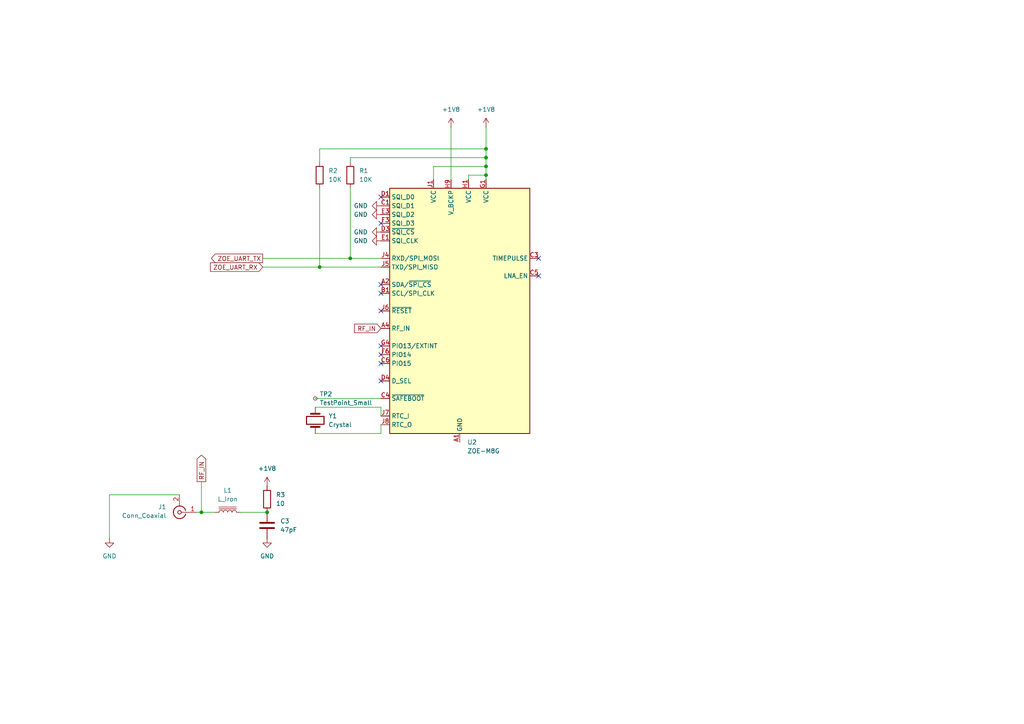
<source format=kicad_sch>
(kicad_sch (version 20231120) (generator "eeschema") (generator_version "8.0")
  (paper "A4")
  (lib_symbols
    (symbol "Connector:Conn_Coaxial" (pin_names (offset 1.016) hide)
      (property "Reference" "J" (at 0.254 3.048 0))
      (property "Value" "Conn_Coaxial" (at 2.921 0 90))
      (symbol "Conn_Coaxial_0_1"
        (arc (start -1.778 -0.508) (mid 0.2311 -1.8066) (end 1.778 0) (stroke (width 0.254)))
        (polyline (pts (xy -2.54 0) (xy -0.508 0)))
        (polyline (pts (xy 0 -2.54) (xy 0 -1.778)))
        (circle (center 0 0) (radius 0.508) (stroke (width 0.2032)))
        (arc (start 1.778 0) (mid 0.2099 1.8101) (end -1.778 0.508) (stroke (width 0.254)))
      )
      (symbol "Conn_Coaxial_1_1"
        (pin passive line (at -5.08 0 0) (length 2.54) (name "In") (number "1"))
        (pin passive line (at 0 -5.08 90) (length 2.54) (name "Ext") (number "2"))
      )
    )
    (symbol "Connector:TestPoint_Small" (pin_numbers hide) (pin_names (offset 0.762) hide)
      (property "Reference" "TP" (at 0 3.81 0))
      (property "Value" "TestPoint_Small" (at 0 2.032 0))
      (symbol "TestPoint_Small_0_1"
        (circle (center 0 0) (radius 0.508))
      )
      (symbol "TestPoint_Small_1_1"
        (pin passive line (at 0 0 90) (length 0) (name "1") (number "1"))
      )
    )
    (symbol "Device:C" (pin_numbers hide) (pin_names (offset 0.254))
      (property "Reference" "C" (at 0.635 2.54 0))
      (property "Value" "C" (at 0.635 -2.54 0))
      (symbol "C_0_1"
        (polyline (pts (xy -2.032 -0.762) (xy 2.032 -0.762)) (stroke (width 0.508)))
        (polyline (pts (xy -2.032 0.762) (xy 2.032 0.762)) (stroke (width 0.508)))
      )
      (symbol "C_1_1"
        (pin passive line (at 0 3.81 270) (length 2.794) (name "~") (number "1"))
        (pin passive line (at 0 -3.81 90) (length 2.794) (name "~") (number "2"))
      )
    )
    (symbol "Device:Crystal" (pin_numbers hide) (pin_names (offset 1.016) hide)
      (property "Reference" "Y" (at 0 3.81 0))
      (property "Value" "Crystal" (at 0 -3.81 0))
      (symbol "Crystal_0_1"
        (rectangle (start -1.143 2.54) (end 1.143 -2.54) (stroke (width 0.3048)))
        (polyline (pts (xy -2.54 0) (xy -1.905 0)))
        (polyline (pts (xy -1.905 -1.27) (xy -1.905 1.27)) (stroke (width 0.508)))
        (polyline (pts (xy 1.905 -1.27) (xy 1.905 1.27)) (stroke (width 0.508)))
        (polyline (pts (xy 2.54 0) (xy 1.905 0)))
      )
      (symbol "Crystal_1_1"
        (pin passive line (at -3.81 0 0) (length 1.27) (name "1") (number "1"))
        (pin passive line (at 3.81 0 180) (length 1.27) (name "2") (number "2"))
      )
    )
    (symbol "Device:L_Iron" (pin_numbers hide) (pin_names (offset 1.016) hide)
      (property "Reference" "L" (at -1.27 0 90))
      (property "Value" "L_Iron" (at 2.794 0 90))
      (symbol "L_Iron_0_1"
        (arc (start 0 -2.54) (mid 0.6323 -1.905) (end 0 -1.27))
        (arc (start 0 -1.27) (mid 0.6323 -0.635) (end 0 0))
        (polyline (pts (xy 1.016 2.54) (xy 1.016 -2.54)))
        (polyline (pts (xy 1.524 -2.54) (xy 1.524 2.54)))
        (arc (start 0 0) (mid 0.6323 0.635) (end 0 1.27))
        (arc (start 0 1.27) (mid 0.6323 1.905) (end 0 2.54))
      )
      (symbol "L_Iron_1_1"
        (pin passive line (at 0 3.81 270) (length 1.27) (name "1") (number "1"))
        (pin passive line (at 0 -3.81 90) (length 1.27) (name "2") (number "2"))
      )
    )
    (symbol "Device:R" (pin_numbers hide) (pin_names (offset 0))
      (property "Reference" "R" (at 2.032 0 90))
      (property "Value" "R" (at 0 0 90))
      (symbol "R_0_1"
        (rectangle (start -1.016 -2.54) (end 1.016 2.54) (stroke (width 0.254)))
      )
      (symbol "R_1_1"
        (pin passive line (at 0 3.81 270) (length 1.27) (name "~") (number "1"))
        (pin passive line (at 0 -3.81 90) (length 1.27) (name "~") (number "2"))
      )
    )
    (symbol "RF_GPS:ZOE-M8G"
      (property "Reference" "U" (at -19.05 39.37 0))
      (property "Value" "ZOE-M8G" (at -19.05 36.83 0))
      (symbol "ZOE-M8G_1_1"
        (rectangle (start -20.32 35.56) (end 20.32 -35.56) (stroke (width 0.254)) (fill (type background)))
        (pin power_in line (at 0 -38.1 90) (length 2.54) (name "GND") (number "A1"))
        (pin bidirectional line (at -22.86 7.62 0) (length 2.54) (name "SDA/~{SPI_CS}") (number "A2"))
        (pin passive line (at 0 -38.1 90) (length 2.54) hide (name "GND") (number "A3"))
        (pin input line (at -22.86 -5.08 0) (length 2.54) (name "RF_IN") (number "A4"))
        (pin passive line (at 0 -38.1 90) (length 2.54) hide (name "GND") (number "A5"))
        (pin no_connect line (at 20.32 0 180) (length 2.54) hide (name "Reserved") (number "A6"))
        (pin passive line (at 0 -38.1 90) (length 2.54) hide (name "GND") (number "A7"))
        (pin passive line (at 0 -38.1 90) (length 2.54) hide (name "GND") (number "A8"))
        (pin passive line (at 0 -38.1 90) (length 2.54) hide (name "GND") (number "A9"))
        (pin input line (at -22.86 5.08 0) (length 2.54) (name "SCL/SPI_CLK") (number "B1"))
        (pin passive line (at 0 -38.1 90) (length 2.54) hide (name "GND") (number "B9"))
        (pin input line (at -22.86 30.48 0) (length 2.54) (name "SQI_D1") (number "C1"))
        (pin output line (at 22.86 15.24 180) (length 2.54) (name "TIMEPULSE") (number "C3"))
        (pin input line (at -22.86 -25.4 0) (length 2.54) (name "~{SAFEBOOT}") (number "C4"))
        (pin output line (at 22.86 10.16 180) (length 2.54) (name "LNA_EN") (number "C5"))
        (pin bidirectional line (at -22.86 -15.24 0) (length 2.54) (name "PIO15") (number "C6"))
        (pin passive line (at 0 -38.1 90) (length 2.54) hide (name "GND") (number "C7"))
        (pin passive line (at 0 -38.1 90) (length 2.54) hide (name "GND") (number "C9"))
        (pin bidirectional line (at -22.86 33.02 0) (length 2.54) (name "SQI_D0") (number "D1"))
        (pin bidirectional line (at -22.86 22.86 0) (length 2.54) (name "~{SQI_CS}") (number "D3"))
        (pin input line (at -22.86 -20.32 0) (length 2.54) (name "D_SEL") (number "D4"))
        (pin passive line (at 0 -38.1 90) (length 2.54) hide (name "GND") (number "D6"))
        (pin passive line (at 0 -38.1 90) (length 2.54) hide (name "GND") (number "D9"))
        (pin bidirectional line (at -22.86 20.32 0) (length 2.54) (name "SQI_CLK") (number "E1"))
        (pin bidirectional line (at -22.86 27.94 0) (length 2.54) (name "SQI_D2") (number "E3"))
        (pin passive line (at 0 -38.1 90) (length 2.54) hide (name "GND") (number "E7"))
        (pin no_connect line (at 20.32 -5.08 180) (length 2.54) hide (name "Reserved") (number "E9"))
        (pin no_connect line (at 20.32 -10.16 180) (length 2.54) hide (name "Reserved") (number "F1"))
        (pin bidirectional line (at -22.86 25.4 0) (length 2.54) (name "SQI_D3") (number "F3"))
        (pin no_connect line (at 20.32 -15.24 180) (length 2.54) hide (name "Reserved") (number "F4"))
        (pin bidirectional line (at -22.86 -12.7 0) (length 2.54) (name "PIO14") (number "F6"))
        (pin passive line (at 0 -38.1 90) (length 2.54) hide (name "GND") (number "F7"))
        (pin no_connect line (at 20.32 -20.32 180) (length 2.54) hide (name "Reserved") (number "F9"))
        (pin power_in line (at 7.62 38.1 270) (length 2.54) (name "VCC") (number "G1"))
        (pin passive line (at 0 -38.1 90) (length 2.54) hide (name "GND") (number "G3"))
        (pin input line (at -22.86 -10.16 0) (length 2.54) (name "PIO13/EXTINT") (number "G4"))
        (pin no_connect line (at 20.32 -25.4 180) (length 2.54) hide (name "Reserved") (number "G5"))
        (pin passive line (at 0 -38.1 90) (length 2.54) hide (name "GND") (number "G6"))
        (pin passive line (at 0 -38.1 90) (length 2.54) hide (name "GND") (number "G7"))
        (pin no_connect line (at 20.32 -30.48 180) (length 2.54) hide (name "Reserved") (number "G9"))
        (pin power_in line (at 2.54 38.1 270) (length 2.54) (name "VCC") (number "H1"))
        (pin power_in line (at -2.54 38.1 270) (length 2.54) (name "V_BCKP") (number "H9"))
        (pin power_in line (at -7.62 38.1 270) (length 2.54) (name "VCC") (number "J1"))
        (pin passive line (at -7.62 38.1 270) (length 2.54) hide (name "VCC") (number "J2"))
        (pin passive line (at 0 -38.1 90) (length 2.54) hide (name "GND") (number "J3"))
        (pin input line (at -22.86 15.24 0) (length 2.54) (name "RXD/SPI_MOSI") (number "J4"))
        (pin output line (at -22.86 12.7 0) (length 2.54) (name "TXD/SPI_MISO") (number "J5"))
        (pin input line (at -22.86 0 0) (length 2.54) (name "~{RESET}") (number "J6"))
        (pin input line (at -22.86 -30.48 0) (length 2.54) (name "RTC_I") (number "J7"))
        (pin output line (at -22.86 -33.02 0) (length 2.54) (name "RTC_O") (number "J8"))
        (pin passive line (at 0 -38.1 90) (length 2.54) hide (name "GND") (number "J9"))
      )
    )
    (symbol "power:+1V8" (power) (pin_numbers hide) (pin_names (offset 0) hide)
      (property "Value" "+1V8" (at 0 3.556 0))
      (symbol "+1V8_0_1"
        (polyline (pts (xy -0.762 1.27) (xy 0 2.54)))
        (polyline (pts (xy 0 0) (xy 0 2.54)))
        (polyline (pts (xy 0 2.54) (xy 0.762 1.27)))
      )
      (symbol "+1V8_1_1"
        (pin power_in line (at 0 0 90) (length 0) (name "~") (number "1"))
      )
    )
    (symbol "power:GND" (power) (pin_numbers hide) (pin_names (offset 0) hide)
      (property "Value" "GND" (at 0 -3.81 0))
      (symbol "GND_0_1"
        (polyline (pts (xy 0 0) (xy 0 -1.27) (xy 1.27 -1.27) (xy 0 -2.54) (xy -1.27 -1.27) (xy 0 -1.27)))
      )
      (symbol "GND_1_1"
        (pin power_in line (at 0 0 270) (length 0) (name "~") (number "1"))
      )
    )
  )
  (junction (at 77.47 148.59))
  (junction (at 101.6 74.93))
  (junction (at 58.42 148.59))
  (junction (at 140.97 45.72))
  (junction (at 140.97 43.18))
  (junction (at 140.97 50.8))
  (junction (at 140.97 48.26))
  (junction (at 92.71 77.47))
  (no_connect (at 110.49 100.33))
  (no_connect (at 110.49 90.17))
  (no_connect (at 156.21 80.01))
  (no_connect (at 110.49 57.15))
  (no_connect (at 110.49 102.87))
  (no_connect (at 110.49 64.77))
  (no_connect (at 110.49 82.55))
  (no_connect (at 110.49 105.41))
  (no_connect (at 110.49 85.09))
  (no_connect (at 156.21 74.93))
  (no_connect (at 110.49 110.49))
  (wire (pts (xy 76.2 77.47) (xy 92.71 77.47)))
  (wire (pts (xy 140.97 48.26) (xy 140.97 50.8)))
  (wire (pts (xy 130.81 36.83) (xy 130.81 52.07)))
  (wire (pts (xy 52.07 143.51) (xy 31.75 143.51)))
  (wire (pts (xy 58.42 148.59) (xy 62.23 148.59)))
  (wire (pts (xy 58.42 139.7) (xy 58.42 148.59)))
  (wire (pts (xy 31.75 143.51) (xy 31.75 156.21)))
  (wire (pts (xy 92.71 77.47) (xy 110.49 77.47)))
  (wire (pts (xy 110.49 118.11) (xy 91.44 118.11)))
  (wire (pts (xy 135.89 52.07) (xy 135.89 50.8)))
  (wire (pts (xy 101.6 74.93) (xy 110.49 74.93)))
  (wire (pts (xy 76.2 74.93) (xy 101.6 74.93)))
  (wire (pts (xy 92.71 43.18) (xy 140.97 43.18)))
  (wire (pts (xy 101.6 45.72) (xy 140.97 45.72)))
  (wire (pts (xy 140.97 45.72) (xy 140.97 48.26)))
  (wire (pts (xy 110.49 125.73) (xy 91.44 125.73)))
  (wire (pts (xy 125.73 48.26) (xy 140.97 48.26)))
  (wire (pts (xy 110.49 123.19) (xy 110.49 125.73)))
  (wire (pts (xy 135.89 50.8) (xy 140.97 50.8)))
  (wire (pts (xy 140.97 50.8) (xy 140.97 52.07)))
  (wire (pts (xy 110.49 120.65) (xy 110.49 118.11)))
  (wire (pts (xy 101.6 45.72) (xy 101.6 46.99)))
  (wire (pts (xy 125.73 52.07) (xy 125.73 48.26)))
  (wire (pts (xy 57.15 148.59) (xy 58.42 148.59)))
  (wire (pts (xy 140.97 36.83) (xy 140.97 43.18)))
  (wire (pts (xy 77.47 148.59) (xy 69.85 148.59)))
  (wire (pts (xy 92.71 54.61) (xy 92.71 77.47)))
  (wire (pts (xy 101.6 54.61) (xy 101.6 74.93)))
  (wire (pts (xy 92.71 46.99) (xy 92.71 43.18)))
  (wire (pts (xy 91.44 115.57) (xy 110.49 115.57)))
  (wire (pts (xy 140.97 43.18) (xy 140.97 45.72)))
  (global_label "RF_IN" (shape output) (at 58.42 139.7 90) (property "Intersheetrefs" "${INTERSHEET_REFS}" (effects (hide yes))))
  (global_label "ZOE_UART_TX" (shape output) (at 76.2 74.93 180) (property "Intersheetrefs" "${INTERSHEET_REFS}" (effects (hide yes))))
  (global_label "ZOE_UART_RX" (shape input) (at 76.2 77.47 180) (property "Intersheetrefs" "${INTERSHEET_REFS}" (effects (hide yes))))
  (global_label "RF_IN" (shape input) (at 110.49 95.25 180) (property "Intersheetrefs" "${INTERSHEET_REFS}" (effects (hide yes))))
  (symbol (lib_id "power:GND") (at 31.75 156.21 0) (unit 1)
    (property "Reference" "#PWR07" (effects (hide yes)))
    (property "Value" "GND" (at 31.75 161.29 0))
    (property "Description" "Power symbol creates a global label with name \"GND\" , ground" (effects (hide yes)))
  )
  (symbol (lib_id "Device:Crystal") (at 91.44 121.92 90) (unit 1)
    (property "Reference" "Y1" (at 95.25 120.6499 90) (effects (justify right)))
    (property "Value" "Crystal" (at 95.25 123.1899 90) (effects (justify right)))
    (property "Footprint" "Crystal:Crystal_SMD_MicroCrystal_CM9V-T1A-2Pin_1.6x1.0mm_HandSoldering" (effects (hide yes)))
    (property "Description" "Two pin crystal" (effects (hide yes)))
  )
  (symbol (lib_id "Device:L_Iron") (at 66.04 148.59 90) (unit 1)
    (property "Reference" "L1" (at 66.04 142.24 90))
    (property "Value" "L_Iron" (at 66.04 144.78 90))
    (property "Footprint" "Inductor_SMD:L_0402_1005Metric_Pad0.77x0.64mm_HandSolder" (effects (hide yes)))
    (property "Description" "Inductor with iron core" (effects (hide yes)))
  )
  (symbol (lib_id "Connector:TestPoint_Small") (at 91.44 115.57 0) (unit 1)
    (property "Reference" "TP2" (at 92.71 114.2999 0) (effects (justify left)))
    (property "Value" "TestPoint_Small" (at 92.71 116.8399 0) (effects (justify left)))
    (property "Footprint" "TestPoint:TestPoint_THTPad_D1.0mm_Drill0.5mm" (effects (hide yes)))
    (property "Description" "test point" (effects (hide yes)))
  )
  (symbol (lib_id "power:GND") (at 77.47 156.21 0) (unit 1)
    (property "Reference" "#PWR08" (effects (hide yes)))
    (property "Value" "GND" (at 77.47 161.29 0))
    (property "Description" "Power symbol creates a global label with name \"GND\" , ground" (effects (hide yes)))
  )
  (symbol (lib_id "Device:C") (at 77.47 152.4 0) (unit 1)
    (property "Reference" "C3" (at 81.28 151.1299 0) (effects (justify left)))
    (property "Value" "47pF" (at 81.28 153.6699 0) (effects (justify left)))
    (property "Footprint" "Capacitor_SMD:C_01005_0402Metric_Pad0.57x0.30mm_HandSolder" (effects (hide yes)))
    (property "Description" "Unpolarized capacitor" (effects (hide yes)))
  )
  (symbol (lib_id "Device:R") (at 92.71 50.8 0) (unit 1)
    (property "Reference" "R2" (at 95.25 49.5299 0) (effects (justify left)))
    (property "Value" "10K" (at 95.25 52.0699 0) (effects (justify left)))
    (property "Footprint" "Resistor_SMD:R_0201_0603Metric_Pad0.64x0.40mm_HandSolder" (effects (hide yes)))
    (property "Description" "Resistor" (effects (hide yes)))
  )
  (symbol (lib_id "RF_GPS:ZOE-M8G") (at 133.35 90.17 0) (unit 1)
    (property "Reference" "U2" (at 135.5441 128.27 0) (effects (justify left)))
    (property "Value" "ZOE-M8G" (at 135.5441 130.81 0) (effects (justify left)))
    (property "Footprint" "RF_GPS:ublox_ZOE_M8" (effects (hide yes)))
    (property "Datasheet" "https://content.u-blox.com/sites/default/files/ZOE-M8_HIM_UBX-16030136.pdf" (effects (hide yes)))
    (property "Description" "ultra small GNSS  module IC, SiP" (effects (hide yes)))
  )
  (symbol (lib_id "Device:R") (at 77.47 144.78 0) (unit 1)
    (property "Reference" "R3" (at 80.01 143.5099 0) (effects (justify left)))
    (property "Value" "10" (at 80.01 146.0499 0) (effects (justify left)))
    (property "Footprint" "Resistor_SMD:R_0201_0603Metric_Pad0.64x0.40mm_HandSolder" (effects (hide yes)))
    (property "Description" "Resistor" (effects (hide yes)))
  )
  (symbol (lib_id "power:GND") (at 110.49 67.31 270) (unit 1)
    (property "Reference" "#PWR02" (effects (hide yes)))
    (property "Value" "GND" (at 106.68 67.3099 90) (effects (justify right)))
    (property "Description" "Power symbol creates a global label with name \"GND\" , ground" (effects (hide yes)))
  )
  (symbol (lib_id "Connector:Conn_Coaxial") (at 52.07 148.59 180) (unit 1)
    (property "Reference" "J1" (at 48.26 147.0267 0) (effects (justify left)))
    (property "Value" "Conn_Coaxial" (at 48.26 149.5667 0) (effects (justify left)))
    (property "Footprint" "Connector_Coaxial:U.FL_Hirose_U.FL-R-SMT-1_Vertical" (effects (hide yes)))
    (property "Description" "coaxial connector (BNC, SMA, SMB, SMC, Cinch/RCA, LEMO, ...)" (effects (hide yes)))
  )
  (symbol (lib_id "power:GND") (at 110.49 59.69 270) (unit 1)
    (property "Reference" "#PWR04" (effects (hide yes)))
    (property "Value" "GND" (at 106.68 59.6899 90) (effects (justify right)))
    (property "Description" "Power symbol creates a global label with name \"GND\" , ground" (effects (hide yes)))
  )
  (symbol (lib_id "power:+1V8") (at 130.81 36.83 0) (unit 1)
    (property "Reference" "#PWR06" (effects (hide yes)))
    (property "Value" "+1V8" (at 130.81 31.75 0))
    (property "Description" "Power symbol creates a global label with name \"+1V8\"" (effects (hide yes)))
  )
  (symbol (lib_id "power:GND") (at 110.49 69.85 270) (unit 1)
    (property "Reference" "#PWR01" (effects (hide yes)))
    (property "Value" "GND" (at 106.68 69.8499 90) (effects (justify right)))
    (property "Description" "Power symbol creates a global label with name \"GND\" , ground" (effects (hide yes)))
  )
  (symbol (lib_id "Device:R") (at 101.6 50.8 0) (unit 1)
    (property "Reference" "R1" (at 104.14 49.5299 0) (effects (justify left)))
    (property "Value" "10K" (at 104.14 52.0699 0) (effects (justify left)))
    (property "Footprint" "Resistor_SMD:R_0201_0603Metric_Pad0.64x0.40mm_HandSolder" (effects (hide yes)))
    (property "Description" "Resistor" (effects (hide yes)))
  )
  (symbol (lib_id "power:+1V8") (at 77.47 140.97 0) (unit 1)
    (property "Reference" "#PWR09" (effects (hide yes)))
    (property "Value" "+1V8" (at 77.47 135.89 0))
    (property "Description" "Power symbol creates a global label with name \"+1V8\"" (effects (hide yes)))
  )
  (symbol (lib_id "power:GND") (at 110.49 62.23 270) (unit 1)
    (property "Reference" "#PWR03" (effects (hide yes)))
    (property "Value" "GND" (at 106.68 62.2299 90) (effects (justify right)))
    (property "Description" "Power symbol creates a global label with name \"GND\" , ground" (effects (hide yes)))
  )
  (symbol (lib_id "power:+1V8") (at 140.97 36.83 0) (unit 1)
    (property "Reference" "#PWR05" (effects (hide yes)))
    (property "Value" "+1V8" (at 140.97 31.75 0))
    (property "Description" "Power symbol creates a global label with name \"+1V8\"" (effects (hide yes)))
  )
)
</source>
